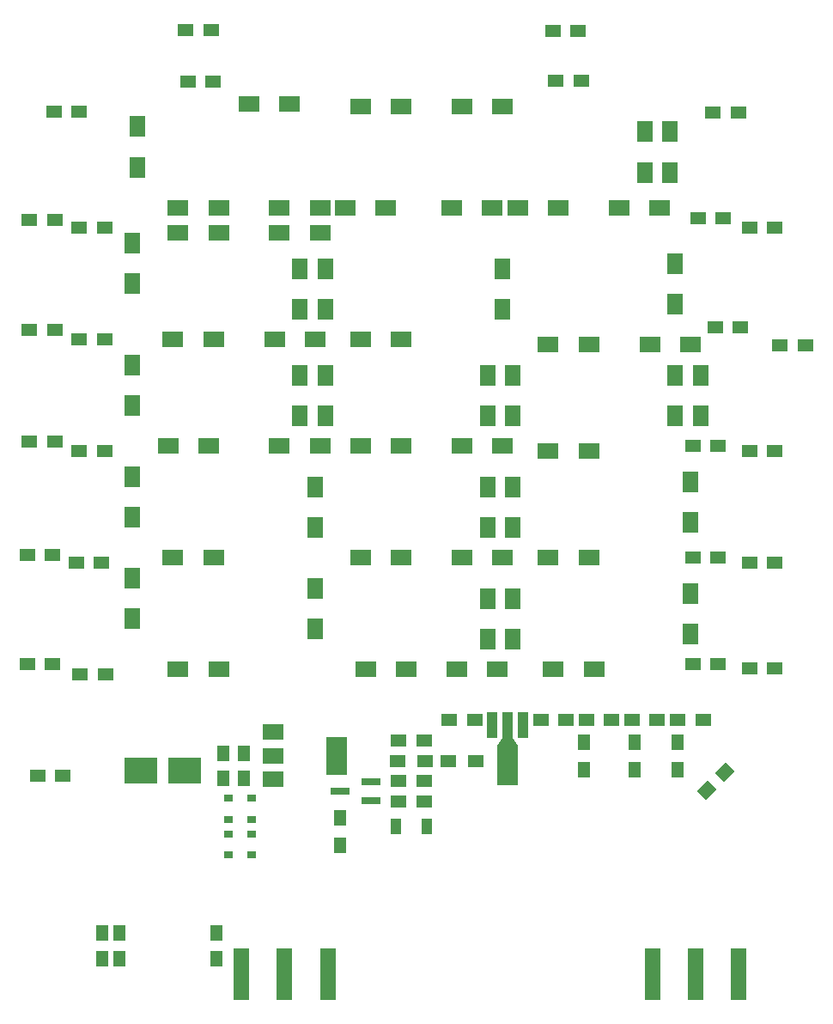
<source format=gbr>
G04 #@! TF.FileFunction,Paste,Top*
%FSLAX46Y46*%
G04 Gerber Fmt 4.6, Leading zero omitted, Abs format (unit mm)*
G04 Created by KiCad (PCBNEW 4.0.7) date 12/14/17 19:40:57*
%MOMM*%
%LPD*%
G01*
G04 APERTURE LIST*
%ADD10C,0.100000*%
%ADD11R,1.500000X1.250000*%
%ADD12R,2.000000X1.600000*%
%ADD13R,1.600000X2.000000*%
%ADD14R,1.000000X1.600000*%
%ADD15R,1.250000X1.500000*%
%ADD16R,0.900000X0.800000*%
%ADD17R,1.900000X0.800000*%
%ADD18R,3.200000X2.500000*%
%ADD19R,1.300000X1.500000*%
%ADD20R,1.500000X1.300000*%
%ADD21R,1.000000X2.500000*%
%ADD22R,2.000000X4.000000*%
%ADD23R,2.000000X3.800000*%
%ADD24R,2.000000X1.500000*%
%ADD25R,1.500000X5.080000*%
G04 APERTURE END LIST*
D10*
D11*
X175350000Y-36000000D03*
X177850000Y-36000000D03*
D12*
X141000000Y-24000000D03*
X137000000Y-24000000D03*
D13*
X168000000Y-43500000D03*
X168000000Y-39500000D03*
D11*
X158750000Y-21500000D03*
X156250000Y-21500000D03*
X111450000Y-69000000D03*
X108950000Y-69000000D03*
X172250000Y-57500000D03*
X169750000Y-57500000D03*
X172250000Y-68500000D03*
X169750000Y-68500000D03*
X172250000Y-79000000D03*
X169750000Y-79000000D03*
D10*
G36*
X172972271Y-88643845D02*
X173856155Y-89527729D01*
X172795495Y-90588389D01*
X171911611Y-89704505D01*
X172972271Y-88643845D01*
X172972271Y-88643845D01*
G37*
G36*
X171204505Y-90411611D02*
X172088389Y-91295495D01*
X171027729Y-92356155D01*
X170143845Y-91472271D01*
X171204505Y-90411611D01*
X171204505Y-90411611D01*
G37*
D11*
X170250000Y-35000000D03*
X172750000Y-35000000D03*
X105150000Y-90000000D03*
X107650000Y-90000000D03*
X104350000Y-35200000D03*
X106850000Y-35200000D03*
X104350000Y-46000000D03*
X106850000Y-46000000D03*
X104350000Y-57000000D03*
X106850000Y-57000000D03*
X104150000Y-68200000D03*
X106650000Y-68200000D03*
X104150000Y-79000000D03*
X106650000Y-79000000D03*
X122450000Y-21600000D03*
X119950000Y-21600000D03*
X171750000Y-24600000D03*
X174250000Y-24600000D03*
X178350000Y-47600000D03*
X180850000Y-47600000D03*
X175350000Y-58000000D03*
X177850000Y-58000000D03*
X175350000Y-69000000D03*
X177850000Y-69000000D03*
X158450000Y-16600000D03*
X155950000Y-16600000D03*
X175350000Y-79400000D03*
X177850000Y-79400000D03*
X111750000Y-58000000D03*
X109250000Y-58000000D03*
X111750000Y-47000000D03*
X109250000Y-47000000D03*
X111850000Y-80000000D03*
X109350000Y-80000000D03*
X171950000Y-45800000D03*
X174450000Y-45800000D03*
X109250000Y-24500000D03*
X106750000Y-24500000D03*
X119750000Y-16500000D03*
X122250000Y-16500000D03*
X111750000Y-36000000D03*
X109250000Y-36000000D03*
D14*
X143500000Y-95000000D03*
X140500000Y-95000000D03*
D15*
X111500000Y-108000000D03*
X111500000Y-105500000D03*
X113250000Y-108000000D03*
X113250000Y-105500000D03*
X122750000Y-108000000D03*
X122750000Y-105500000D03*
D13*
X114500000Y-37500000D03*
X114500000Y-41500000D03*
X114500000Y-49500000D03*
X114500000Y-53500000D03*
X114500000Y-60500000D03*
X114500000Y-64500000D03*
X114500000Y-70500000D03*
X114500000Y-74500000D03*
D12*
X123000000Y-34000000D03*
X119000000Y-34000000D03*
X129000000Y-34000000D03*
X133000000Y-34000000D03*
X128500000Y-47000000D03*
X132500000Y-47000000D03*
X129000000Y-57500000D03*
X133000000Y-57500000D03*
X122500000Y-68500000D03*
X118500000Y-68500000D03*
X123000000Y-79500000D03*
X119000000Y-79500000D03*
X123000000Y-36500000D03*
X119000000Y-36500000D03*
X122500000Y-47000000D03*
X118500000Y-47000000D03*
X122000000Y-57500000D03*
X118000000Y-57500000D03*
X130000000Y-23750000D03*
X126000000Y-23750000D03*
X129000000Y-36500000D03*
X133000000Y-36500000D03*
D13*
X133500000Y-44000000D03*
X133500000Y-40000000D03*
X131000000Y-44000000D03*
X131000000Y-40000000D03*
X133500000Y-54500000D03*
X133500000Y-50500000D03*
X131000000Y-54500000D03*
X131000000Y-50500000D03*
X132500000Y-65500000D03*
X132500000Y-61500000D03*
X132500000Y-75500000D03*
X132500000Y-71500000D03*
D12*
X139500000Y-34000000D03*
X135500000Y-34000000D03*
X147000000Y-57500000D03*
X151000000Y-57500000D03*
X141000000Y-68500000D03*
X137000000Y-68500000D03*
X141500000Y-79500000D03*
X137500000Y-79500000D03*
X141000000Y-47000000D03*
X137000000Y-47000000D03*
X146000000Y-34000000D03*
X150000000Y-34000000D03*
X141000000Y-57500000D03*
X137000000Y-57500000D03*
X147000000Y-68500000D03*
X151000000Y-68500000D03*
X146500000Y-79500000D03*
X150500000Y-79500000D03*
X151000000Y-24000000D03*
X147000000Y-24000000D03*
D13*
X151000000Y-44000000D03*
X151000000Y-40000000D03*
X152000000Y-54500000D03*
X152000000Y-50500000D03*
X149500000Y-54500000D03*
X149500000Y-50500000D03*
X149500000Y-65500000D03*
X149500000Y-61500000D03*
X152000000Y-65500000D03*
X152000000Y-61500000D03*
X149500000Y-76500000D03*
X149500000Y-72500000D03*
X152000000Y-76500000D03*
X152000000Y-72500000D03*
D12*
X162500000Y-34000000D03*
X166500000Y-34000000D03*
X165500000Y-47500000D03*
X169500000Y-47500000D03*
X159500000Y-58000000D03*
X155500000Y-58000000D03*
X159500000Y-68500000D03*
X155500000Y-68500000D03*
X160000000Y-79500000D03*
X156000000Y-79500000D03*
X156500000Y-34000000D03*
X152500000Y-34000000D03*
X159500000Y-47500000D03*
X155500000Y-47500000D03*
D13*
X167500000Y-30500000D03*
X167500000Y-26500000D03*
X165000000Y-30500000D03*
X165000000Y-26500000D03*
X170500000Y-54500000D03*
X170500000Y-50500000D03*
X168000000Y-54500000D03*
X168000000Y-50500000D03*
X169500000Y-65000000D03*
X169500000Y-61000000D03*
X169500000Y-76000000D03*
X169500000Y-72000000D03*
X115000000Y-26000000D03*
X115000000Y-30000000D03*
D16*
X124000000Y-97800000D03*
X124000000Y-95700000D03*
X124000000Y-94300000D03*
X124000000Y-92200000D03*
X126250000Y-95700000D03*
X126250000Y-97800000D03*
X126250000Y-92200000D03*
X126250000Y-94300000D03*
D17*
X138000000Y-92450000D03*
X138000000Y-90550000D03*
X135000000Y-91500000D03*
D11*
X148250000Y-84500000D03*
X145750000Y-84500000D03*
X140750000Y-86500000D03*
X143250000Y-86500000D03*
X140750000Y-92500000D03*
X143250000Y-92500000D03*
X140750000Y-90500000D03*
X143250000Y-90500000D03*
X157250000Y-84500000D03*
X154750000Y-84500000D03*
D15*
X125500000Y-87750000D03*
X125500000Y-90250000D03*
D11*
X161750000Y-84500000D03*
X159250000Y-84500000D03*
D15*
X123500000Y-87750000D03*
X123500000Y-90250000D03*
D18*
X115350000Y-89500000D03*
X119650000Y-89500000D03*
D11*
X166250000Y-84500000D03*
X163750000Y-84500000D03*
X170750000Y-84500000D03*
X168250000Y-84500000D03*
D19*
X159000000Y-86650000D03*
X159000000Y-89350000D03*
X164000000Y-86650000D03*
X164000000Y-89350000D03*
X168250000Y-86650000D03*
X168250000Y-89350000D03*
D20*
X143350000Y-88500000D03*
X140650000Y-88500000D03*
D19*
X135000000Y-94150000D03*
X135000000Y-96850000D03*
D21*
X153000000Y-85020000D03*
X151500000Y-85020000D03*
X150000000Y-85020000D03*
D22*
X151500000Y-88980000D03*
D10*
G36*
X150500000Y-87005000D02*
X151000000Y-86255000D01*
X152000000Y-86255000D01*
X152500000Y-87005000D01*
X150500000Y-87005000D01*
X150500000Y-87005000D01*
G37*
D20*
X148350000Y-88500000D03*
X145650000Y-88500000D03*
D23*
X134650000Y-88000000D03*
D24*
X128350000Y-88000000D03*
X128350000Y-90300000D03*
X128350000Y-85700000D03*
D25*
X165750000Y-109500000D03*
X174250000Y-109500000D03*
X170000000Y-109500000D03*
X125250000Y-109500000D03*
X133750000Y-109500000D03*
X129500000Y-109500000D03*
M02*

</source>
